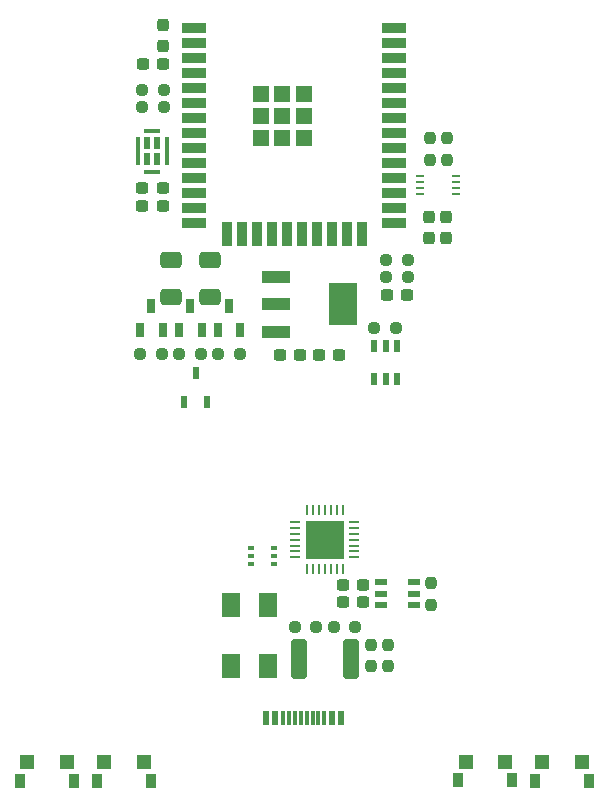
<source format=gbr>
%TF.GenerationSoftware,KiCad,Pcbnew,(6.0.9-0)*%
%TF.CreationDate,2022-11-16T22:57:41+01:00*%
%TF.ProjectId,GlowCore,476c6f77-436f-4726-952e-6b696361645f,rev?*%
%TF.SameCoordinates,Original*%
%TF.FileFunction,Paste,Top*%
%TF.FilePolarity,Positive*%
%FSLAX46Y46*%
G04 Gerber Fmt 4.6, Leading zero omitted, Abs format (unit mm)*
G04 Created by KiCad (PCBNEW (6.0.9-0)) date 2022-11-16 22:57:41*
%MOMM*%
%LPD*%
G01*
G04 APERTURE LIST*
G04 Aperture macros list*
%AMRoundRect*
0 Rectangle with rounded corners*
0 $1 Rounding radius*
0 $2 $3 $4 $5 $6 $7 $8 $9 X,Y pos of 4 corners*
0 Add a 4 corners polygon primitive as box body*
4,1,4,$2,$3,$4,$5,$6,$7,$8,$9,$2,$3,0*
0 Add four circle primitives for the rounded corners*
1,1,$1+$1,$2,$3*
1,1,$1+$1,$4,$5*
1,1,$1+$1,$6,$7*
1,1,$1+$1,$8,$9*
0 Add four rect primitives between the rounded corners*
20,1,$1+$1,$2,$3,$4,$5,0*
20,1,$1+$1,$4,$5,$6,$7,0*
20,1,$1+$1,$6,$7,$8,$9,0*
20,1,$1+$1,$8,$9,$2,$3,0*%
G04 Aperture macros list end*
%ADD10RoundRect,0.250000X0.650000X-0.412500X0.650000X0.412500X-0.650000X0.412500X-0.650000X-0.412500X0*%
%ADD11R,2.000000X0.900000*%
%ADD12R,0.900000X2.000000*%
%ADD13R,1.330000X1.330000*%
%ADD14RoundRect,0.237500X0.237500X-0.250000X0.237500X0.250000X-0.237500X0.250000X-0.237500X-0.250000X0*%
%ADD15R,0.280010X0.900000*%
%ADD16R,0.900000X0.280010*%
%ADD17R,3.300000X3.300000*%
%ADD18RoundRect,0.237500X-0.237500X0.300000X-0.237500X-0.300000X0.237500X-0.300000X0.237500X0.300000X0*%
%ADD19RoundRect,0.237500X-0.300000X-0.237500X0.300000X-0.237500X0.300000X0.237500X-0.300000X0.237500X0*%
%ADD20R,0.900000X1.200000*%
%ADD21R,1.200000X1.300000*%
%ADD22RoundRect,0.237500X-0.250000X-0.237500X0.250000X-0.237500X0.250000X0.237500X-0.250000X0.237500X0*%
%ADD23O,0.750013X0.250013*%
%ADD24RoundRect,0.237500X0.300000X0.237500X-0.300000X0.237500X-0.300000X-0.237500X0.300000X-0.237500X0*%
%ADD25R,0.600000X0.419990*%
%ADD26R,0.700000X1.250013*%
%ADD27R,0.600000X1.070003*%
%ADD28RoundRect,0.237500X0.250000X0.237500X-0.250000X0.237500X-0.250000X-0.237500X0.250000X-0.237500X0*%
%ADD29RoundRect,0.250000X0.400000X1.450000X-0.400000X1.450000X-0.400000X-1.450000X0.400000X-1.450000X0*%
%ADD30R,0.600000X1.300000*%
%ADD31R,0.300000X1.300000*%
%ADD32RoundRect,0.237500X-0.237500X0.250000X-0.237500X-0.250000X0.237500X-0.250000X0.237500X0.250000X0*%
%ADD33R,1.620015X2.046380*%
%ADD34R,0.550013X1.050013*%
%ADD35R,1.400000X0.450013*%
%ADD36R,0.450013X2.400000*%
%ADD37R,0.550013X1.000000*%
%ADD38R,2.470003X0.980010*%
%ADD39R,2.470003X3.600000*%
%ADD40R,1.000000X0.550013*%
G04 APERTURE END LIST*
D10*
%TO.C,C4*%
X136728200Y-95479400D03*
X136728200Y-92354400D03*
%TD*%
D11*
%TO.C,U7*%
X135357600Y-72666700D03*
X135357600Y-73936700D03*
X135357600Y-75206700D03*
X135357600Y-76476700D03*
X135357600Y-77746700D03*
X135357600Y-79016700D03*
X135357600Y-80286700D03*
X135357600Y-81556700D03*
X135357600Y-82826700D03*
X135357600Y-84096700D03*
X135357600Y-85366700D03*
X135357600Y-86636700D03*
X135357600Y-87906700D03*
X135357600Y-89176700D03*
D12*
X138142600Y-90176700D03*
X139412600Y-90176700D03*
X140682600Y-90176700D03*
X141952600Y-90176700D03*
X143222600Y-90176700D03*
X144492600Y-90176700D03*
X145762600Y-90176700D03*
X147032600Y-90176700D03*
X148302600Y-90176700D03*
X149572600Y-90176700D03*
D11*
X152357600Y-89176700D03*
X152357600Y-87906700D03*
X152357600Y-86636700D03*
X152357600Y-85366700D03*
X152357600Y-84096700D03*
X152357600Y-82826700D03*
X152357600Y-81556700D03*
X152357600Y-80286700D03*
X152357600Y-79016700D03*
X152357600Y-77746700D03*
X152357600Y-76476700D03*
X152357600Y-75206700D03*
X152357600Y-73936700D03*
X152357600Y-72666700D03*
D13*
X141022600Y-80166700D03*
X141022600Y-82001700D03*
X142857600Y-80166700D03*
X144692600Y-78331700D03*
X142857600Y-78331700D03*
X144692600Y-82001700D03*
X144692600Y-80166700D03*
X141022600Y-78331700D03*
X142857600Y-82001700D03*
%TD*%
D14*
%TO.C,R1*%
X155346400Y-83843500D03*
X155346400Y-82018500D03*
%TD*%
D15*
%TO.C,U13*%
X144955333Y-118527149D03*
X145455714Y-118527149D03*
X145956095Y-118527149D03*
X146456476Y-118527149D03*
X146956857Y-118527149D03*
X147457238Y-118527149D03*
X147957619Y-118527149D03*
D16*
X148956603Y-117528419D03*
X148956603Y-117028038D03*
X148956603Y-116527657D03*
X148956603Y-116027276D03*
X148956603Y-115526895D03*
X148956603Y-115026514D03*
X148956603Y-114526133D03*
D15*
X147957619Y-113527149D03*
X147457238Y-113527149D03*
X146956857Y-113527149D03*
X146456476Y-113527149D03*
X145956095Y-113527149D03*
X145455714Y-113527149D03*
X144955333Y-113527149D03*
D16*
X143956603Y-114526133D03*
X143956603Y-115026514D03*
X143956603Y-115526895D03*
X143956603Y-116027276D03*
X143956603Y-116527657D03*
X143956603Y-117028038D03*
X143956603Y-117528419D03*
D17*
X146456476Y-116027276D03*
%TD*%
D18*
%TO.C,C3*%
X132790000Y-72472500D03*
X132790000Y-74197500D03*
%TD*%
D19*
%TO.C,C11*%
X145939600Y-100355400D03*
X147664600Y-100355400D03*
%TD*%
D20*
%TO.C,SW2*%
X162345375Y-136409868D03*
X157745425Y-136409868D03*
D21*
X161720279Y-134859957D03*
X158370267Y-134859957D03*
%TD*%
D19*
%TO.C,C7*%
X148005403Y-121340270D03*
X149730403Y-121340270D03*
%TD*%
D22*
%TO.C,R13*%
X137441300Y-100304600D03*
X139266300Y-100304600D03*
%TD*%
%TO.C,R7*%
X151638000Y-93802200D03*
X153463000Y-93802200D03*
%TD*%
D10*
%TO.C,C9*%
X133426200Y-95504800D03*
X133426200Y-92379800D03*
%TD*%
D23*
%TO.C,U8*%
X157578711Y-86720961D03*
X157578711Y-86220834D03*
X157578711Y-85720961D03*
X157578711Y-85220834D03*
X154478889Y-85220834D03*
X154478889Y-85720961D03*
X154478889Y-86220834D03*
X154478889Y-86720961D03*
%TD*%
D24*
%TO.C,C6*%
X144372500Y-100355400D03*
X142647500Y-100355400D03*
%TD*%
D25*
%TO.C,U14*%
X142114704Y-118074187D03*
X142114704Y-117424200D03*
X142114704Y-116774213D03*
X140214780Y-116774213D03*
X140214780Y-117424200D03*
X140214780Y-118074187D03*
%TD*%
D26*
%TO.C,U3*%
X134127238Y-98244300D03*
X136027162Y-98244300D03*
X135077200Y-96244300D03*
%TD*%
D27*
%TO.C,U6*%
X134560938Y-104371377D03*
X136460862Y-104371377D03*
X135510900Y-101901223D03*
%TD*%
D22*
%TO.C,R9*%
X134141200Y-100304600D03*
X135966200Y-100304600D03*
%TD*%
D18*
%TO.C,C2*%
X155266800Y-88723300D03*
X155266800Y-90448300D03*
%TD*%
D22*
%TO.C,R10*%
X150623900Y-98145600D03*
X152448900Y-98145600D03*
%TD*%
D19*
%TO.C,C12*%
X131014300Y-87757000D03*
X132739300Y-87757000D03*
%TD*%
D28*
%TO.C,R15*%
X145741400Y-123444000D03*
X143916400Y-123444000D03*
%TD*%
D29*
%TO.C,F1*%
X148681400Y-126136400D03*
X144231400Y-126136400D03*
%TD*%
D19*
%TO.C,C8*%
X131039700Y-75793600D03*
X132764700Y-75793600D03*
%TD*%
%TO.C,C15*%
X131014300Y-86283800D03*
X132739300Y-86283800D03*
%TD*%
D14*
%TO.C,R8*%
X156816200Y-83843500D03*
X156816200Y-82018500D03*
%TD*%
D28*
%TO.C,R6*%
X132812500Y-79400400D03*
X130987500Y-79400400D03*
%TD*%
D22*
%TO.C,R11*%
X130839200Y-100304600D03*
X132664200Y-100304600D03*
%TD*%
D30*
%TO.C,USB1*%
X141470102Y-131089964D03*
X142269949Y-131089964D03*
D31*
X143420064Y-131089964D03*
X144420064Y-131089964D03*
X144919936Y-131089964D03*
X145919936Y-131089964D03*
D30*
X147869898Y-131089964D03*
X147070051Y-131089964D03*
D31*
X146420064Y-131089964D03*
X145420064Y-131089964D03*
X143919936Y-131089964D03*
X142919936Y-131089964D03*
%TD*%
D22*
%TO.C,R4*%
X130987500Y-77950000D03*
X132812500Y-77950000D03*
%TD*%
D24*
%TO.C,C5*%
X149731900Y-119888000D03*
X148006900Y-119888000D03*
%TD*%
D32*
%TO.C,R2*%
X150342600Y-124917200D03*
X150342600Y-126742200D03*
%TD*%
D33*
%TO.C,U16*%
X138480825Y-121589769D03*
X138480825Y-126720580D03*
%TD*%
D26*
%TO.C,U9*%
X137392413Y-98244300D03*
X139292337Y-98244300D03*
X138342375Y-96244300D03*
%TD*%
D34*
%TO.C,U15*%
X131407914Y-82473800D03*
X131407914Y-83824067D03*
X132257800Y-83824067D03*
X132257800Y-82473800D03*
D35*
X131832857Y-81424016D03*
D36*
X130607812Y-83148934D03*
D35*
X131832857Y-84873851D03*
D36*
X133057901Y-83148934D03*
%TD*%
D19*
%TO.C,C14*%
X151689900Y-95304200D03*
X153414900Y-95304200D03*
%TD*%
D37*
%TO.C,U5*%
X150662740Y-102415851D03*
X151612702Y-102415851D03*
X152562664Y-102415851D03*
X152562664Y-99615749D03*
X151612702Y-99615749D03*
X150662740Y-99615749D03*
%TD*%
D18*
%TO.C,C1*%
X156740000Y-88723300D03*
X156740000Y-90448300D03*
%TD*%
D28*
%TO.C,R5*%
X153463000Y-92329000D03*
X151638000Y-92329000D03*
%TD*%
D38*
%TO.C,U12*%
X142351500Y-93813625D03*
X142351500Y-96113600D03*
X142351500Y-98413575D03*
D39*
X148021300Y-96113600D03*
%TD*%
D40*
%TO.C,U10*%
X153977851Y-121549060D03*
X153977851Y-120599098D03*
X153977851Y-119649136D03*
X151177749Y-119649136D03*
X151177749Y-120599098D03*
X151177749Y-121549060D03*
%TD*%
D20*
%TO.C,SW1*%
X168841575Y-136435268D03*
X164241625Y-136435268D03*
D21*
X168216479Y-134885357D03*
X164866467Y-134885357D03*
%TD*%
D20*
%TO.C,SW3*%
X125235975Y-136435268D03*
X120636025Y-136435268D03*
D21*
X124610879Y-134885357D03*
X121260867Y-134885357D03*
%TD*%
D33*
%TO.C,U34*%
X141638425Y-121589769D03*
X141638425Y-126720580D03*
%TD*%
D28*
%TO.C,R16*%
X149045300Y-123444000D03*
X147220300Y-123444000D03*
%TD*%
D26*
%TO.C,U4*%
X130825238Y-98244300D03*
X132725162Y-98244300D03*
X131775200Y-96244300D03*
%TD*%
D32*
%TO.C,R3*%
X151815800Y-124919100D03*
X151815800Y-126744100D03*
%TD*%
D20*
%TO.C,SW4*%
X131747575Y-136435268D03*
X127147625Y-136435268D03*
D21*
X131122479Y-134885357D03*
X127772467Y-134885357D03*
%TD*%
D14*
%TO.C,R12*%
X155422600Y-121537100D03*
X155422600Y-119712100D03*
%TD*%
M02*

</source>
